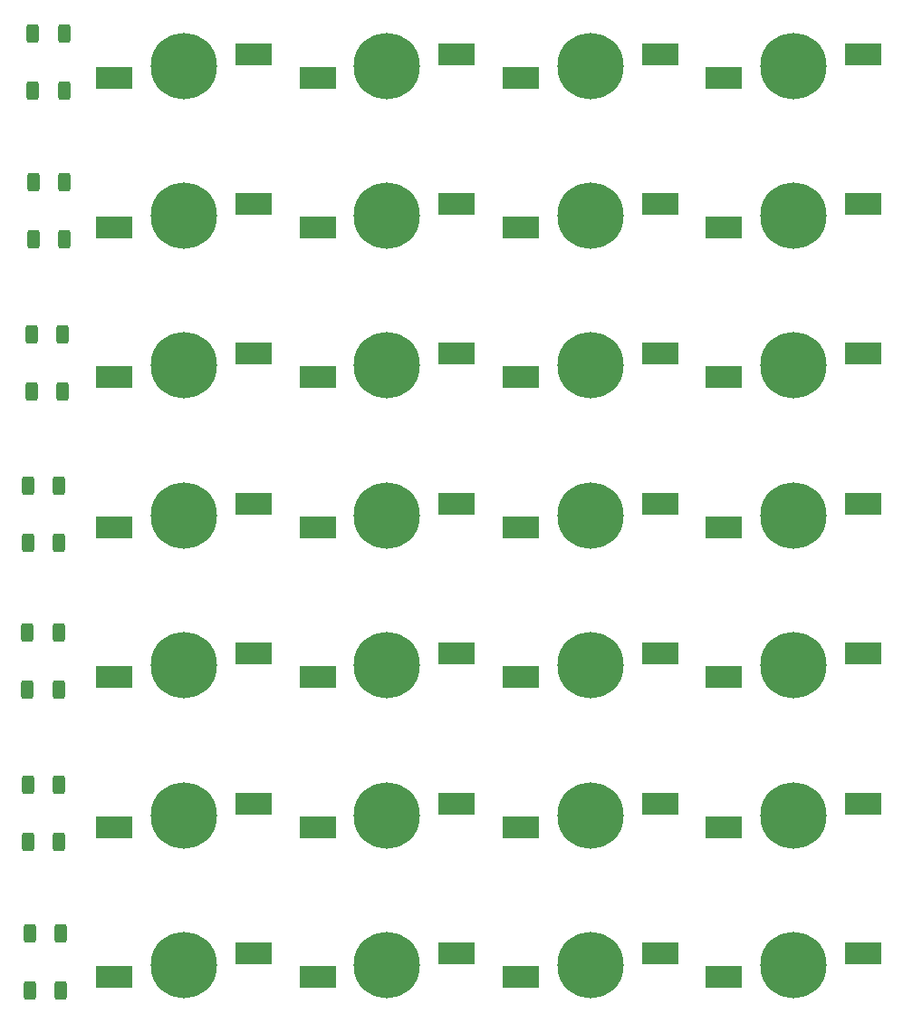
<source format=gbr>
%TF.GenerationSoftware,KiCad,Pcbnew,8.0.3*%
%TF.CreationDate,2024-06-30T23:13:16-03:00*%
%TF.ProjectId,led aqu_rio,6c656420-6171-475e-9172-696f2e6b6963,rev?*%
%TF.SameCoordinates,Original*%
%TF.FileFunction,Paste,Top*%
%TF.FilePolarity,Positive*%
%FSLAX46Y46*%
G04 Gerber Fmt 4.6, Leading zero omitted, Abs format (unit mm)*
G04 Created by KiCad (PCBNEW 8.0.3) date 2024-06-30 23:13:16*
%MOMM*%
%LPD*%
G01*
G04 APERTURE LIST*
G04 Aperture macros list*
%AMRoundRect*
0 Rectangle with rounded corners*
0 $1 Rounding radius*
0 $2 $3 $4 $5 $6 $7 $8 $9 X,Y pos of 4 corners*
0 Add a 4 corners polygon primitive as box body*
4,1,4,$2,$3,$4,$5,$6,$7,$8,$9,$2,$3,0*
0 Add four circle primitives for the rounded corners*
1,1,$1+$1,$2,$3*
1,1,$1+$1,$4,$5*
1,1,$1+$1,$6,$7*
1,1,$1+$1,$8,$9*
0 Add four rect primitives between the rounded corners*
20,1,$1+$1,$2,$3,$4,$5,0*
20,1,$1+$1,$4,$5,$6,$7,0*
20,1,$1+$1,$6,$7,$8,$9,0*
20,1,$1+$1,$8,$9,$2,$3,0*%
G04 Aperture macros list end*
%ADD10R,3.500000X2.100000*%
%ADD11C,6.200000*%
%ADD12RoundRect,0.250000X-0.312500X-0.625000X0.312500X-0.625000X0.312500X0.625000X-0.312500X0.625000X0*%
G04 APERTURE END LIST*
D10*
%TO.C,D15*%
X346690000Y-143200000D03*
X359690000Y-141000000D03*
D11*
X353190000Y-142100000D03*
%TD*%
D12*
%TO.C,R1*%
X301067500Y-97060000D03*
X303992500Y-97060000D03*
%TD*%
D10*
%TO.C,D6*%
X327690000Y-115200000D03*
X340690000Y-113000000D03*
D11*
X334190000Y-114100000D03*
%TD*%
D10*
%TO.C,D5*%
X308690000Y-115200000D03*
X321690000Y-113000000D03*
D11*
X315190000Y-114100000D03*
%TD*%
D10*
%TO.C,D12*%
X365690000Y-129200000D03*
X378690000Y-127000000D03*
D11*
X372190000Y-128100000D03*
%TD*%
D12*
%TO.C,R14*%
X300767500Y-186460000D03*
X303692500Y-186460000D03*
%TD*%
D10*
%TO.C,D16*%
X365690000Y-143200000D03*
X378690000Y-141000000D03*
D11*
X372190000Y-142100000D03*
%TD*%
D10*
%TO.C,D23*%
X346690000Y-171200000D03*
X359690000Y-169000000D03*
D11*
X353190000Y-170100000D03*
%TD*%
D12*
%TO.C,R8*%
X300615000Y-144650000D03*
X303540000Y-144650000D03*
%TD*%
D10*
%TO.C,D3*%
X327690000Y-101200000D03*
X340690000Y-99000000D03*
D11*
X334190000Y-100100000D03*
%TD*%
D10*
%TO.C,D14*%
X327690000Y-143200000D03*
X340690000Y-141000000D03*
D11*
X334190000Y-142100000D03*
%TD*%
D10*
%TO.C,D10*%
X327690000Y-129200000D03*
X340690000Y-127000000D03*
D11*
X334190000Y-128100000D03*
%TD*%
D12*
%TO.C,R11*%
X300615000Y-167253000D03*
X303540000Y-167253000D03*
%TD*%
D10*
%TO.C,D17*%
X308690000Y-157200000D03*
X321690000Y-155000000D03*
D11*
X315190000Y-156100000D03*
%TD*%
D12*
%TO.C,R2*%
X301067500Y-102397000D03*
X303992500Y-102397000D03*
%TD*%
%TO.C,R10*%
X300577500Y-158370000D03*
X303502500Y-158370000D03*
%TD*%
D10*
%TO.C,D25*%
X308690000Y-185200000D03*
X321690000Y-183000000D03*
D11*
X315190000Y-184100000D03*
%TD*%
D10*
%TO.C,D2*%
X346690000Y-101200000D03*
X359690000Y-99000000D03*
D11*
X353190000Y-100100000D03*
%TD*%
D12*
%TO.C,R13*%
X300767500Y-181123000D03*
X303692500Y-181123000D03*
%TD*%
D10*
%TO.C,D8*%
X365690000Y-115200000D03*
X378690000Y-113000000D03*
D11*
X372190000Y-114100000D03*
%TD*%
D10*
%TO.C,D18*%
X327690000Y-157200000D03*
X340690000Y-155000000D03*
D11*
X334190000Y-156100000D03*
%TD*%
D12*
%TO.C,R7*%
X300615000Y-139313000D03*
X303540000Y-139313000D03*
%TD*%
D10*
%TO.C,D27*%
X346690000Y-185200000D03*
X359690000Y-183000000D03*
D11*
X353190000Y-184100000D03*
%TD*%
D10*
%TO.C,D19*%
X346690000Y-157200000D03*
X359690000Y-155000000D03*
D11*
X353190000Y-156100000D03*
%TD*%
D12*
%TO.C,R6*%
X300927500Y-130510000D03*
X303852500Y-130510000D03*
%TD*%
D10*
%TO.C,D1*%
X365690000Y-101200000D03*
X378690000Y-99000000D03*
D11*
X372190000Y-100100000D03*
%TD*%
D10*
%TO.C,D9*%
X308690000Y-129200000D03*
X321690000Y-127000000D03*
D11*
X315190000Y-128100000D03*
%TD*%
D10*
%TO.C,D28*%
X365690000Y-185200000D03*
X378690000Y-183000000D03*
D11*
X372190000Y-184100000D03*
%TD*%
D10*
%TO.C,D7*%
X346690000Y-115200000D03*
X359690000Y-113000000D03*
D11*
X353190000Y-114100000D03*
%TD*%
D10*
%TO.C,D26*%
X327690000Y-185200000D03*
X340690000Y-183000000D03*
D11*
X334190000Y-184100000D03*
%TD*%
D12*
%TO.C,R4*%
X301107500Y-116307000D03*
X304032500Y-116307000D03*
%TD*%
D10*
%TO.C,D22*%
X327690000Y-171200000D03*
X340690000Y-169000000D03*
D11*
X334190000Y-170100000D03*
%TD*%
D12*
%TO.C,R5*%
X300927500Y-125173000D03*
X303852500Y-125173000D03*
%TD*%
D10*
%TO.C,D4*%
X308690000Y-101200000D03*
X321690000Y-99000000D03*
D11*
X315190000Y-100100000D03*
%TD*%
D12*
%TO.C,R12*%
X300615000Y-172590000D03*
X303540000Y-172590000D03*
%TD*%
D10*
%TO.C,D21*%
X308690000Y-171200000D03*
X321690000Y-169000000D03*
D11*
X315190000Y-170100000D03*
%TD*%
D12*
%TO.C,R9*%
X300577500Y-153033000D03*
X303502500Y-153033000D03*
%TD*%
D10*
%TO.C,D13*%
X308690000Y-143200000D03*
X321690000Y-141000000D03*
D11*
X315190000Y-142100000D03*
%TD*%
D12*
%TO.C,R3*%
X301107500Y-110970000D03*
X304032500Y-110970000D03*
%TD*%
D10*
%TO.C,D20*%
X365690000Y-157200000D03*
X378690000Y-155000000D03*
D11*
X372190000Y-156100000D03*
%TD*%
D10*
%TO.C,D11*%
X346690000Y-129200000D03*
X359690000Y-127000000D03*
D11*
X353190000Y-128100000D03*
%TD*%
D10*
%TO.C,D24*%
X365690000Y-171200000D03*
X378690000Y-169000000D03*
D11*
X372190000Y-170100000D03*
%TD*%
M02*

</source>
